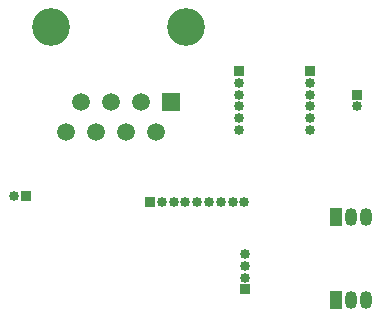
<source format=gbr>
%TF.GenerationSoftware,KiCad,Pcbnew,8.0.7*%
%TF.CreationDate,2025-01-04T17:01:38+01:00*%
%TF.ProjectId,btrail-powerboard,62747261-696c-42d7-906f-776572626f61,rev?*%
%TF.SameCoordinates,Original*%
%TF.FileFunction,Soldermask,Bot*%
%TF.FilePolarity,Negative*%
%FSLAX46Y46*%
G04 Gerber Fmt 4.6, Leading zero omitted, Abs format (unit mm)*
G04 Created by KiCad (PCBNEW 8.0.7) date 2025-01-04 17:01:38*
%MOMM*%
%LPD*%
G01*
G04 APERTURE LIST*
%ADD10R,1.050000X1.500000*%
%ADD11O,1.050000X1.500000*%
%ADD12O,0.850000X0.850000*%
%ADD13R,0.850000X0.850000*%
%ADD14C,3.200000*%
%ADD15R,1.500000X1.500000*%
%ADD16C,1.500000*%
G04 APERTURE END LIST*
D10*
%TO.C,Q2*%
X220230000Y-47360000D03*
D11*
X221500000Y-47360000D03*
X222770000Y-47360000D03*
%TD*%
D10*
%TO.C,Q1*%
X220230000Y-40360000D03*
D11*
X221500000Y-40360000D03*
X222770000Y-40360000D03*
%TD*%
D12*
%TO.C,PWR*%
X192975000Y-38595000D03*
D13*
X193975000Y-38595000D03*
%TD*%
%TO.C,Motor*%
X222000000Y-30000000D03*
D12*
X222000000Y-31000000D03*
%TD*%
%TO.C,LEDs*%
X212500000Y-43500000D03*
X212500000Y-44500000D03*
X212500000Y-45500000D03*
D13*
X212500000Y-46500000D03*
%TD*%
D14*
%TO.C,J1*%
X207552500Y-24250000D03*
X196122500Y-24250000D03*
D15*
X206282500Y-30600000D03*
D16*
X205012500Y-33140000D03*
X203742500Y-30600000D03*
X202472500Y-33140000D03*
X201202500Y-30600000D03*
X199932500Y-33140000D03*
X198662500Y-30600000D03*
X197392500Y-33140000D03*
%TD*%
D12*
%TO.C,ESP32_jack1*%
X212475000Y-39095000D03*
X211475000Y-39095000D03*
X210475000Y-39095000D03*
X209475000Y-39095000D03*
X208475000Y-39095000D03*
X207475000Y-39095000D03*
X206475000Y-39095000D03*
X205475000Y-39095000D03*
D13*
X204475000Y-39095000D03*
%TD*%
%TO.C,DRV_r*%
X218000000Y-28000000D03*
D12*
X218000000Y-29000000D03*
X218000000Y-30000000D03*
X218000000Y-31000000D03*
X218000000Y-32000000D03*
X218000000Y-33000000D03*
%TD*%
D13*
%TO.C,DRV_l*%
X212000000Y-28000000D03*
D12*
X212000000Y-29000000D03*
X212000000Y-30000000D03*
X212000000Y-31000000D03*
X212000000Y-32000000D03*
X212000000Y-33000000D03*
%TD*%
M02*

</source>
